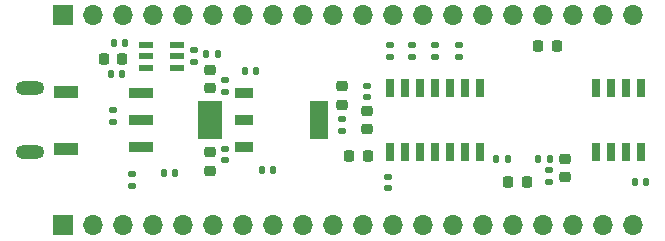
<source format=gbs>
G04 #@! TF.GenerationSoftware,KiCad,Pcbnew,7.0.7*
G04 #@! TF.CreationDate,2023-08-30T11:11:12+01:00*
G04 #@! TF.ProjectId,NB3_hindbrain,4e42335f-6869-46e6-9462-7261696e2e6b,0.0.1*
G04 #@! TF.SameCoordinates,PX4af0920PY4c4db10*
G04 #@! TF.FileFunction,Soldermask,Bot*
G04 #@! TF.FilePolarity,Negative*
%FSLAX46Y46*%
G04 Gerber Fmt 4.6, Leading zero omitted, Abs format (unit mm)*
G04 Created by KiCad (PCBNEW 7.0.7) date 2023-08-30 11:11:12*
%MOMM*%
%LPD*%
G01*
G04 APERTURE LIST*
G04 Aperture macros list*
%AMRoundRect*
0 Rectangle with rounded corners*
0 $1 Rounding radius*
0 $2 $3 $4 $5 $6 $7 $8 $9 X,Y pos of 4 corners*
0 Add a 4 corners polygon primitive as box body*
4,1,4,$2,$3,$4,$5,$6,$7,$8,$9,$2,$3,0*
0 Add four circle primitives for the rounded corners*
1,1,$1+$1,$2,$3*
1,1,$1+$1,$4,$5*
1,1,$1+$1,$6,$7*
1,1,$1+$1,$8,$9*
0 Add four rect primitives between the rounded corners*
20,1,$1+$1,$2,$3,$4,$5,0*
20,1,$1+$1,$4,$5,$6,$7,0*
20,1,$1+$1,$6,$7,$8,$9,0*
20,1,$1+$1,$8,$9,$2,$3,0*%
G04 Aperture macros list end*
%ADD10O,2.400000X1.200000*%
%ADD11R,2.100000X1.050000*%
%ADD12RoundRect,0.135000X0.185000X-0.135000X0.185000X0.135000X-0.185000X0.135000X-0.185000X-0.135000X0*%
%ADD13RoundRect,0.225000X0.250000X-0.225000X0.250000X0.225000X-0.250000X0.225000X-0.250000X-0.225000X0*%
%ADD14R,1.700000X1.700000*%
%ADD15O,1.700000X1.700000*%
%ADD16RoundRect,0.135000X-0.185000X0.135000X-0.185000X-0.135000X0.185000X-0.135000X0.185000X0.135000X0*%
%ADD17R,1.270000X0.558800*%
%ADD18RoundRect,0.140000X0.140000X0.170000X-0.140000X0.170000X-0.140000X-0.170000X0.140000X-0.170000X0*%
%ADD19RoundRect,0.225000X0.225000X0.250000X-0.225000X0.250000X-0.225000X-0.250000X0.225000X-0.250000X0*%
%ADD20RoundRect,0.140000X-0.170000X0.140000X-0.170000X-0.140000X0.170000X-0.140000X0.170000X0.140000X0*%
%ADD21RoundRect,0.135000X0.135000X0.185000X-0.135000X0.185000X-0.135000X-0.185000X0.135000X-0.185000X0*%
%ADD22R,0.700000X1.525000*%
%ADD23RoundRect,0.140000X0.170000X-0.140000X0.170000X0.140000X-0.170000X0.140000X-0.170000X-0.140000X0*%
%ADD24RoundRect,0.225000X-0.250000X0.225000X-0.250000X-0.225000X0.250000X-0.225000X0.250000X0.225000X0*%
%ADD25R,0.650000X1.500000*%
%ADD26RoundRect,0.225000X-0.225000X-0.250000X0.225000X-0.250000X0.225000X0.250000X-0.225000X0.250000X0*%
%ADD27RoundRect,0.140000X-0.140000X-0.170000X0.140000X-0.170000X0.140000X0.170000X-0.140000X0.170000X0*%
%ADD28R,1.650000X0.950000*%
%ADD29R,1.650000X3.250000*%
%ADD30R,2.150000X0.950000*%
%ADD31R,2.150000X3.250000*%
G04 APERTURE END LIST*
D10*
X3700000Y2725000D03*
X3700000Y-2725000D03*
D11*
X6730000Y2425000D03*
X6730000Y-2425000D03*
D12*
X12300000Y-5600000D03*
X12300000Y-4580000D03*
D13*
X18900000Y2725000D03*
X18900000Y4275000D03*
D14*
X6500000Y-8890000D03*
D15*
X9040000Y-8890000D03*
X11580000Y-8890000D03*
X14120000Y-8890000D03*
X16660000Y-8890000D03*
X19200000Y-8890000D03*
X21740000Y-8890000D03*
X24280000Y-8890000D03*
X26820000Y-8890000D03*
X29360000Y-8890000D03*
X31900000Y-8890000D03*
X34440000Y-8890000D03*
X36980000Y-8890000D03*
X39520000Y-8890000D03*
X42060000Y-8890000D03*
X44600000Y-8890000D03*
X47140000Y-8890000D03*
X49680000Y-8890000D03*
X52220000Y-8890000D03*
X54760000Y-8890000D03*
D16*
X40050000Y6360000D03*
X40050000Y5340000D03*
D17*
X16145400Y6339800D03*
X16145400Y5400000D03*
X16145400Y4460200D03*
X13554600Y4460200D03*
X13554600Y5400000D03*
X13554600Y6339800D03*
D18*
X22830000Y4150000D03*
X21870000Y4150000D03*
D16*
X38000000Y6360000D03*
X38000000Y5340000D03*
D19*
X11500000Y5200000D03*
X9950000Y5200000D03*
X32275000Y-3000000D03*
X30725000Y-3000000D03*
X45750000Y-5250000D03*
X44200000Y-5250000D03*
D18*
X11500000Y3900000D03*
X10540000Y3900000D03*
D20*
X34000000Y-4820000D03*
X34000000Y-5780000D03*
D21*
X19610000Y5600000D03*
X18590000Y5600000D03*
D22*
X34190000Y2712000D03*
X35460000Y2712000D03*
X36730000Y2712000D03*
X38000000Y2712000D03*
X39270000Y2712000D03*
X40540000Y2712000D03*
X41810000Y2712000D03*
X41810000Y-2712000D03*
X40540000Y-2712000D03*
X39270000Y-2712000D03*
X38000000Y-2712000D03*
X36730000Y-2712000D03*
X35460000Y-2712000D03*
X34190000Y-2712000D03*
D23*
X20200000Y2420000D03*
X20200000Y3380000D03*
D20*
X20200000Y-2420000D03*
X20200000Y-3380000D03*
D24*
X18900000Y-2725000D03*
X18900000Y-4275000D03*
D25*
X55405000Y-2700000D03*
X54135000Y-2700000D03*
X52865000Y-2700000D03*
X51595000Y-2700000D03*
X51595000Y2700000D03*
X52865000Y2700000D03*
X54135000Y2700000D03*
X55405000Y2700000D03*
D12*
X47650000Y-5250000D03*
X47650000Y-4230000D03*
D18*
X44130000Y-3250000D03*
X43170000Y-3250000D03*
D26*
X46750000Y6250000D03*
X48300000Y6250000D03*
D18*
X15980000Y-4500000D03*
X15020000Y-4500000D03*
D27*
X23340000Y-4200000D03*
X24300000Y-4200000D03*
D16*
X34200000Y6360000D03*
X34200000Y5340000D03*
D12*
X10700000Y-185000D03*
X10700000Y835000D03*
D13*
X49000000Y-4800000D03*
X49000000Y-3250000D03*
D27*
X54890000Y-5250000D03*
X55850000Y-5250000D03*
D23*
X32250000Y1970000D03*
X32250000Y2930000D03*
D13*
X30100000Y1325000D03*
X30100000Y2875000D03*
D12*
X17600000Y4890000D03*
X17600000Y5910000D03*
D20*
X30100000Y80000D03*
X30100000Y-880000D03*
D28*
X21850000Y-2300000D03*
X21850000Y0D03*
X21850000Y2300000D03*
D29*
X28150000Y0D03*
D24*
X32250000Y775000D03*
X32250000Y-775000D03*
D30*
X13100000Y-2300000D03*
X13100000Y0D03*
X13100000Y2300000D03*
D31*
X18900000Y0D03*
D16*
X36000000Y6360000D03*
X36000000Y5340000D03*
D27*
X46750000Y-3250000D03*
X47710000Y-3250000D03*
D18*
X11750000Y6500000D03*
X10790000Y6500000D03*
D14*
X6500000Y8890000D03*
D15*
X9040000Y8890000D03*
X11580000Y8890000D03*
X14120000Y8890000D03*
X16660000Y8890000D03*
X19200000Y8890000D03*
X21740000Y8890000D03*
X24280000Y8890000D03*
X26820000Y8890000D03*
X29360000Y8890000D03*
X31900000Y8890000D03*
X34440000Y8890000D03*
X36980000Y8890000D03*
X39520000Y8890000D03*
X42060000Y8890000D03*
X44600000Y8890000D03*
X47140000Y8890000D03*
X49680000Y8890000D03*
X52220000Y8890000D03*
X54760000Y8890000D03*
M02*

</source>
